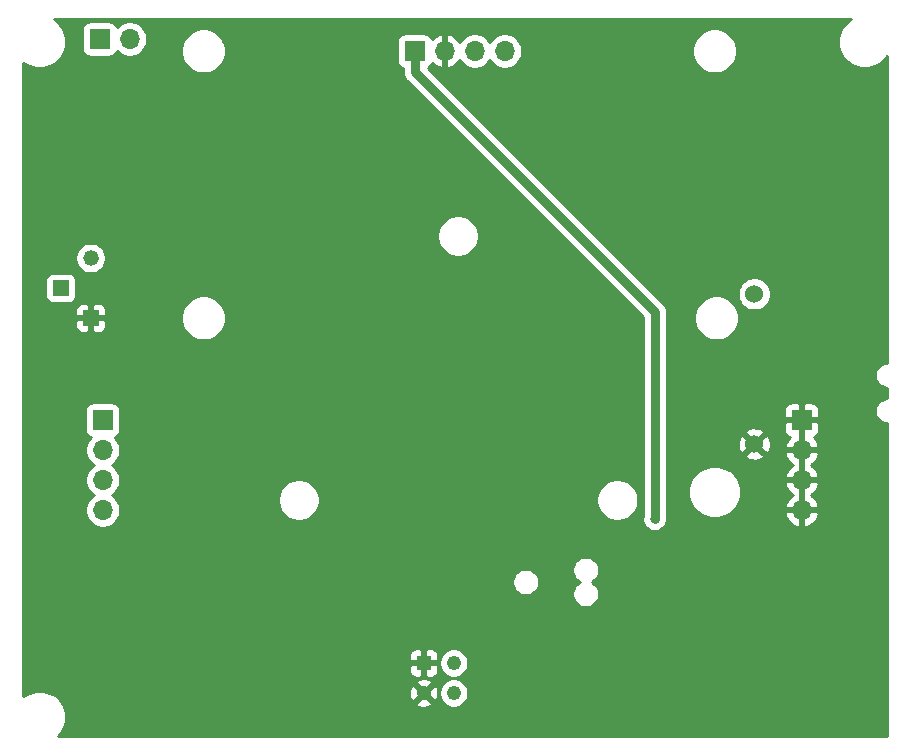
<source format=gbl>
%TF.GenerationSoftware,KiCad,Pcbnew,(5.1.12)-1*%
%TF.CreationDate,2022-01-31T19:51:58-07:00*%
%TF.ProjectId,Annoyatron_v2,416e6e6f-7961-4747-926f-6e5f76322e6b,rev?*%
%TF.SameCoordinates,Original*%
%TF.FileFunction,Copper,L2,Bot*%
%TF.FilePolarity,Positive*%
%FSLAX46Y46*%
G04 Gerber Fmt 4.6, Leading zero omitted, Abs format (unit mm)*
G04 Created by KiCad (PCBNEW (5.1.12)-1) date 2022-01-31 19:51:58*
%MOMM*%
%LPD*%
G01*
G04 APERTURE LIST*
%TA.AperFunction,ComponentPad*%
%ADD10R,1.320800X1.320800*%
%TD*%
%TA.AperFunction,ComponentPad*%
%ADD11C,1.320800*%
%TD*%
%TA.AperFunction,ComponentPad*%
%ADD12C,1.524000*%
%TD*%
%TA.AperFunction,ComponentPad*%
%ADD13R,1.700000X1.700000*%
%TD*%
%TA.AperFunction,ComponentPad*%
%ADD14O,1.700000X1.700000*%
%TD*%
%TA.AperFunction,ComponentPad*%
%ADD15C,1.219200*%
%TD*%
%TA.AperFunction,ComponentPad*%
%ADD16R,1.219200X1.219200*%
%TD*%
%TA.AperFunction,ViaPad*%
%ADD17C,0.800000*%
%TD*%
%TA.AperFunction,Conductor*%
%ADD18C,0.762000*%
%TD*%
%TA.AperFunction,Conductor*%
%ADD19C,0.254000*%
%TD*%
%TA.AperFunction,Conductor*%
%ADD20C,0.100000*%
%TD*%
G04 APERTURE END LIST*
D10*
%TO.P,R1,3*%
%TO.N,GND*%
X104902000Y-86106000D03*
%TO.P,R1,2*%
%TO.N,Net-(C1-Pad2)*%
X102362000Y-83566000D03*
D11*
%TO.P,R1,1*%
%TO.N,/AOUT*%
X104902000Y-81026000D03*
%TD*%
D12*
%TO.P,BT1,+*%
%TO.N,Net-(BT1-Pad+)*%
X161089000Y-84074000D03*
%TO.P,BT1,-*%
%TO.N,GND*%
X161089000Y-96774000D03*
%TD*%
D13*
%TO.P,DISPLAY1,1*%
%TO.N,+5V*%
X132334000Y-63500000D03*
D14*
%TO.P,DISPLAY1,2*%
%TO.N,GND*%
X134874000Y-63500000D03*
%TO.P,DISPLAY1,3*%
%TO.N,/SDA*%
X137414000Y-63500000D03*
%TO.P,DISPLAY1,4*%
%TO.N,/SCL*%
X139954000Y-63500000D03*
%TD*%
%TO.P,WIRE_SINK1,4*%
%TO.N,GND*%
X165100000Y-102362000D03*
%TO.P,WIRE_SINK1,3*%
X165100000Y-99822000D03*
%TO.P,WIRE_SINK1,2*%
X165100000Y-97282000D03*
D13*
%TO.P,WIRE_SINK1,1*%
X165100000Y-94742000D03*
%TD*%
D14*
%TO.P,WIRE_SRC1,4*%
%TO.N,/WIRE4*%
X105918000Y-102362000D03*
%TO.P,WIRE_SRC1,3*%
%TO.N,/WIRE3*%
X105918000Y-99822000D03*
%TO.P,WIRE_SRC1,2*%
%TO.N,/WIRE2*%
X105918000Y-97282000D03*
D13*
%TO.P,WIRE_SRC1,1*%
%TO.N,/WIRE1*%
X105918000Y-94742000D03*
%TD*%
D15*
%TO.P,PIR1,4*%
%TO.N,/PIR_SENS*%
X135636000Y-115316000D03*
%TO.P,PIR1,3*%
%TO.N,+3V3*%
X135636000Y-117856000D03*
%TO.P,PIR1,2*%
%TO.N,GND*%
X133096000Y-117856000D03*
D16*
%TO.P,PIR1,1*%
X133096000Y-115316000D03*
%TD*%
D14*
%TO.P,J2,2*%
%TO.N,Net-(C10-Pad1)*%
X108204000Y-62484000D03*
D13*
%TO.P,J2,1*%
%TO.N,Net-(C9-Pad1)*%
X105664000Y-62484000D03*
%TD*%
D17*
%TO.N,GND*%
X171704000Y-101346000D03*
X141224000Y-115570000D03*
X154432000Y-114300000D03*
X162052000Y-107442000D03*
X160156000Y-110100000D03*
X153924000Y-107442000D03*
X171450000Y-106172000D03*
X169919000Y-107957000D03*
X142494000Y-106426000D03*
X147828000Y-95529500D03*
X112014000Y-61976000D03*
X109372400Y-68173600D03*
X104902000Y-74930000D03*
X113805000Y-73647000D03*
X168124000Y-79780000D03*
X126238000Y-118110000D03*
X128016000Y-86106000D03*
X142875000Y-89281000D03*
%TO.N,+5V*%
X152654000Y-103124000D03*
%TD*%
D18*
%TO.N,+5V*%
X132334000Y-65278000D02*
X132334000Y-63500000D01*
X152654000Y-85598000D02*
X132334000Y-65278000D01*
X152654000Y-103124000D02*
X152654000Y-85598000D01*
%TD*%
D19*
%TO.N,GND*%
X169009271Y-61001962D02*
X168697962Y-61313271D01*
X168453369Y-61679331D01*
X168284890Y-62086075D01*
X168199000Y-62517872D01*
X168199000Y-62958128D01*
X168284890Y-63389925D01*
X168453369Y-63796669D01*
X168697962Y-64162729D01*
X169009271Y-64474038D01*
X169375331Y-64718631D01*
X169782075Y-64887110D01*
X170213872Y-64973000D01*
X170654128Y-64973000D01*
X171085925Y-64887110D01*
X171492669Y-64718631D01*
X171858729Y-64474038D01*
X172170038Y-64162729D01*
X172339000Y-63909859D01*
X172339000Y-89896000D01*
X172257599Y-89896000D01*
X172052809Y-89936735D01*
X171859902Y-90016640D01*
X171686289Y-90132644D01*
X171538644Y-90280289D01*
X171422640Y-90453902D01*
X171342735Y-90646809D01*
X171302000Y-90851599D01*
X171302000Y-91060401D01*
X171342735Y-91265191D01*
X171422640Y-91458098D01*
X171538644Y-91631711D01*
X171686289Y-91779356D01*
X171859902Y-91895360D01*
X172052809Y-91975265D01*
X172257599Y-92016000D01*
X172339000Y-92016000D01*
X172339000Y-92896000D01*
X172257599Y-92896000D01*
X172052809Y-92936735D01*
X171859902Y-93016640D01*
X171686289Y-93132644D01*
X171538644Y-93280289D01*
X171422640Y-93453902D01*
X171342735Y-93646809D01*
X171302000Y-93851599D01*
X171302000Y-94060401D01*
X171342735Y-94265191D01*
X171422640Y-94458098D01*
X171538644Y-94631711D01*
X171686289Y-94779356D01*
X171859902Y-94895360D01*
X172052809Y-94975265D01*
X172257599Y-95016000D01*
X172339000Y-95016000D01*
X172339000Y-121539000D01*
X102093767Y-121539000D01*
X102320038Y-121312729D01*
X102564631Y-120946669D01*
X102733110Y-120539925D01*
X102819000Y-120108128D01*
X102819000Y-119667872D01*
X102733110Y-119236075D01*
X102564631Y-118829331D01*
X102486656Y-118712632D01*
X132418973Y-118712632D01*
X132467448Y-118937192D01*
X132690456Y-119039042D01*
X132929048Y-119095428D01*
X133174056Y-119104183D01*
X133416065Y-119064972D01*
X133645774Y-118979300D01*
X133724552Y-118937192D01*
X133773027Y-118712632D01*
X133096000Y-118035605D01*
X132418973Y-118712632D01*
X102486656Y-118712632D01*
X102320038Y-118463271D01*
X102008729Y-118151962D01*
X101682609Y-117934056D01*
X131847817Y-117934056D01*
X131887028Y-118176065D01*
X131972700Y-118405774D01*
X132014808Y-118484552D01*
X132239368Y-118533027D01*
X132916395Y-117856000D01*
X133275605Y-117856000D01*
X133952632Y-118533027D01*
X134177192Y-118484552D01*
X134279042Y-118261544D01*
X134335428Y-118022952D01*
X134344183Y-117777944D01*
X134336969Y-117733418D01*
X134391400Y-117733418D01*
X134391400Y-117978582D01*
X134439229Y-118219036D01*
X134533050Y-118445539D01*
X134669256Y-118649386D01*
X134842614Y-118822744D01*
X135046461Y-118958950D01*
X135272964Y-119052771D01*
X135513418Y-119100600D01*
X135758582Y-119100600D01*
X135999036Y-119052771D01*
X136225539Y-118958950D01*
X136429386Y-118822744D01*
X136602744Y-118649386D01*
X136738950Y-118445539D01*
X136832771Y-118219036D01*
X136880600Y-117978582D01*
X136880600Y-117733418D01*
X136832771Y-117492964D01*
X136738950Y-117266461D01*
X136602744Y-117062614D01*
X136429386Y-116889256D01*
X136225539Y-116753050D01*
X135999036Y-116659229D01*
X135758582Y-116611400D01*
X135513418Y-116611400D01*
X135272964Y-116659229D01*
X135046461Y-116753050D01*
X134842614Y-116889256D01*
X134669256Y-117062614D01*
X134533050Y-117266461D01*
X134439229Y-117492964D01*
X134391400Y-117733418D01*
X134336969Y-117733418D01*
X134304972Y-117535935D01*
X134219300Y-117306226D01*
X134177192Y-117227448D01*
X133952632Y-117178973D01*
X133275605Y-117856000D01*
X132916395Y-117856000D01*
X132239368Y-117178973D01*
X132014808Y-117227448D01*
X131912958Y-117450456D01*
X131856572Y-117689048D01*
X131847817Y-117934056D01*
X101682609Y-117934056D01*
X101642669Y-117907369D01*
X101235925Y-117738890D01*
X100804128Y-117653000D01*
X100363872Y-117653000D01*
X99932075Y-117738890D01*
X99525331Y-117907369D01*
X99187000Y-118133434D01*
X99187000Y-116999368D01*
X132418973Y-116999368D01*
X133096000Y-117676395D01*
X133773027Y-116999368D01*
X133724552Y-116774808D01*
X133501544Y-116672958D01*
X133262952Y-116616572D01*
X133017944Y-116607817D01*
X132775935Y-116647028D01*
X132546226Y-116732700D01*
X132467448Y-116774808D01*
X132418973Y-116999368D01*
X99187000Y-116999368D01*
X99187000Y-115925600D01*
X131848328Y-115925600D01*
X131860588Y-116050082D01*
X131896898Y-116169780D01*
X131955863Y-116280094D01*
X132035215Y-116376785D01*
X132131906Y-116456137D01*
X132242220Y-116515102D01*
X132361918Y-116551412D01*
X132486400Y-116563672D01*
X132810250Y-116560600D01*
X132969000Y-116401850D01*
X132969000Y-115443000D01*
X133223000Y-115443000D01*
X133223000Y-116401850D01*
X133381750Y-116560600D01*
X133705600Y-116563672D01*
X133830082Y-116551412D01*
X133949780Y-116515102D01*
X134060094Y-116456137D01*
X134156785Y-116376785D01*
X134236137Y-116280094D01*
X134295102Y-116169780D01*
X134331412Y-116050082D01*
X134343672Y-115925600D01*
X134340600Y-115601750D01*
X134181850Y-115443000D01*
X133223000Y-115443000D01*
X132969000Y-115443000D01*
X132010150Y-115443000D01*
X131851400Y-115601750D01*
X131848328Y-115925600D01*
X99187000Y-115925600D01*
X99187000Y-115193418D01*
X134391400Y-115193418D01*
X134391400Y-115438582D01*
X134439229Y-115679036D01*
X134533050Y-115905539D01*
X134669256Y-116109386D01*
X134842614Y-116282744D01*
X135046461Y-116418950D01*
X135272964Y-116512771D01*
X135513418Y-116560600D01*
X135758582Y-116560600D01*
X135999036Y-116512771D01*
X136225539Y-116418950D01*
X136429386Y-116282744D01*
X136602744Y-116109386D01*
X136738950Y-115905539D01*
X136832771Y-115679036D01*
X136880600Y-115438582D01*
X136880600Y-115193418D01*
X136832771Y-114952964D01*
X136738950Y-114726461D01*
X136602744Y-114522614D01*
X136429386Y-114349256D01*
X136225539Y-114213050D01*
X135999036Y-114119229D01*
X135758582Y-114071400D01*
X135513418Y-114071400D01*
X135272964Y-114119229D01*
X135046461Y-114213050D01*
X134842614Y-114349256D01*
X134669256Y-114522614D01*
X134533050Y-114726461D01*
X134439229Y-114952964D01*
X134391400Y-115193418D01*
X99187000Y-115193418D01*
X99187000Y-114706400D01*
X131848328Y-114706400D01*
X131851400Y-115030250D01*
X132010150Y-115189000D01*
X132969000Y-115189000D01*
X132969000Y-114230150D01*
X133223000Y-114230150D01*
X133223000Y-115189000D01*
X134181850Y-115189000D01*
X134340600Y-115030250D01*
X134343672Y-114706400D01*
X134331412Y-114581918D01*
X134295102Y-114462220D01*
X134236137Y-114351906D01*
X134156785Y-114255215D01*
X134060094Y-114175863D01*
X133949780Y-114116898D01*
X133830082Y-114080588D01*
X133705600Y-114068328D01*
X133381750Y-114071400D01*
X133223000Y-114230150D01*
X132969000Y-114230150D01*
X132810250Y-114071400D01*
X132486400Y-114068328D01*
X132361918Y-114080588D01*
X132242220Y-114116898D01*
X132131906Y-114175863D01*
X132035215Y-114255215D01*
X131955863Y-114351906D01*
X131896898Y-114462220D01*
X131860588Y-114581918D01*
X131848328Y-114706400D01*
X99187000Y-114706400D01*
X99187000Y-108346655D01*
X140601500Y-108346655D01*
X140601500Y-108569345D01*
X140644944Y-108787755D01*
X140730164Y-108993493D01*
X140853883Y-109178652D01*
X141011348Y-109336117D01*
X141196507Y-109459836D01*
X141402245Y-109545056D01*
X141620655Y-109588500D01*
X141843345Y-109588500D01*
X142061755Y-109545056D01*
X142267493Y-109459836D01*
X142452652Y-109336117D01*
X142610117Y-109178652D01*
X142733836Y-108993493D01*
X142819056Y-108787755D01*
X142862500Y-108569345D01*
X142862500Y-108346655D01*
X142819056Y-108128245D01*
X142733836Y-107922507D01*
X142610117Y-107737348D01*
X142452652Y-107579883D01*
X142267493Y-107456164D01*
X142061755Y-107370944D01*
X141864234Y-107331655D01*
X145681500Y-107331655D01*
X145681500Y-107554345D01*
X145724944Y-107772755D01*
X145810164Y-107978493D01*
X145933883Y-108163652D01*
X146091348Y-108321117D01*
X146276507Y-108444836D01*
X146308288Y-108458000D01*
X146276507Y-108471164D01*
X146091348Y-108594883D01*
X145933883Y-108752348D01*
X145810164Y-108937507D01*
X145724944Y-109143245D01*
X145681500Y-109361655D01*
X145681500Y-109584345D01*
X145724944Y-109802755D01*
X145810164Y-110008493D01*
X145933883Y-110193652D01*
X146091348Y-110351117D01*
X146276507Y-110474836D01*
X146482245Y-110560056D01*
X146700655Y-110603500D01*
X146923345Y-110603500D01*
X147141755Y-110560056D01*
X147347493Y-110474836D01*
X147532652Y-110351117D01*
X147690117Y-110193652D01*
X147813836Y-110008493D01*
X147899056Y-109802755D01*
X147942500Y-109584345D01*
X147942500Y-109361655D01*
X147899056Y-109143245D01*
X147813836Y-108937507D01*
X147690117Y-108752348D01*
X147532652Y-108594883D01*
X147347493Y-108471164D01*
X147315712Y-108458000D01*
X147347493Y-108444836D01*
X147532652Y-108321117D01*
X147690117Y-108163652D01*
X147813836Y-107978493D01*
X147899056Y-107772755D01*
X147942500Y-107554345D01*
X147942500Y-107331655D01*
X147899056Y-107113245D01*
X147813836Y-106907507D01*
X147690117Y-106722348D01*
X147532652Y-106564883D01*
X147347493Y-106441164D01*
X147141755Y-106355944D01*
X146923345Y-106312500D01*
X146700655Y-106312500D01*
X146482245Y-106355944D01*
X146276507Y-106441164D01*
X146091348Y-106564883D01*
X145933883Y-106722348D01*
X145810164Y-106907507D01*
X145724944Y-107113245D01*
X145681500Y-107331655D01*
X141864234Y-107331655D01*
X141843345Y-107327500D01*
X141620655Y-107327500D01*
X141402245Y-107370944D01*
X141196507Y-107456164D01*
X141011348Y-107579883D01*
X140853883Y-107737348D01*
X140730164Y-107922507D01*
X140644944Y-108128245D01*
X140601500Y-108346655D01*
X99187000Y-108346655D01*
X99187000Y-93892000D01*
X104429928Y-93892000D01*
X104429928Y-95592000D01*
X104442188Y-95716482D01*
X104478498Y-95836180D01*
X104537463Y-95946494D01*
X104616815Y-96043185D01*
X104713506Y-96122537D01*
X104823820Y-96181502D01*
X104896380Y-96203513D01*
X104764525Y-96335368D01*
X104602010Y-96578589D01*
X104490068Y-96848842D01*
X104433000Y-97135740D01*
X104433000Y-97428260D01*
X104490068Y-97715158D01*
X104602010Y-97985411D01*
X104764525Y-98228632D01*
X104971368Y-98435475D01*
X105145760Y-98552000D01*
X104971368Y-98668525D01*
X104764525Y-98875368D01*
X104602010Y-99118589D01*
X104490068Y-99388842D01*
X104433000Y-99675740D01*
X104433000Y-99968260D01*
X104490068Y-100255158D01*
X104602010Y-100525411D01*
X104764525Y-100768632D01*
X104971368Y-100975475D01*
X105145760Y-101092000D01*
X104971368Y-101208525D01*
X104764525Y-101415368D01*
X104602010Y-101658589D01*
X104490068Y-101928842D01*
X104433000Y-102215740D01*
X104433000Y-102508260D01*
X104490068Y-102795158D01*
X104602010Y-103065411D01*
X104764525Y-103308632D01*
X104971368Y-103515475D01*
X105214589Y-103677990D01*
X105484842Y-103789932D01*
X105771740Y-103847000D01*
X106064260Y-103847000D01*
X106351158Y-103789932D01*
X106621411Y-103677990D01*
X106864632Y-103515475D01*
X107071475Y-103308632D01*
X107233990Y-103065411D01*
X107345932Y-102795158D01*
X107403000Y-102508260D01*
X107403000Y-102215740D01*
X107345932Y-101928842D01*
X107233990Y-101658589D01*
X107071475Y-101415368D01*
X106994792Y-101338685D01*
X120739000Y-101338685D01*
X120739000Y-101689315D01*
X120807404Y-102033207D01*
X120941584Y-102357146D01*
X121136383Y-102648684D01*
X121384316Y-102896617D01*
X121675854Y-103091416D01*
X121999793Y-103225596D01*
X122343685Y-103294000D01*
X122694315Y-103294000D01*
X123038207Y-103225596D01*
X123362146Y-103091416D01*
X123653684Y-102896617D01*
X123901617Y-102648684D01*
X124096416Y-102357146D01*
X124230596Y-102033207D01*
X124299000Y-101689315D01*
X124299000Y-101338685D01*
X147709000Y-101338685D01*
X147709000Y-101689315D01*
X147777404Y-102033207D01*
X147911584Y-102357146D01*
X148106383Y-102648684D01*
X148354316Y-102896617D01*
X148645854Y-103091416D01*
X148969793Y-103225596D01*
X149313685Y-103294000D01*
X149664315Y-103294000D01*
X150008207Y-103225596D01*
X150332146Y-103091416D01*
X150623684Y-102896617D01*
X150871617Y-102648684D01*
X151066416Y-102357146D01*
X151200596Y-102033207D01*
X151269000Y-101689315D01*
X151269000Y-101338685D01*
X151200596Y-100994793D01*
X151066416Y-100670854D01*
X150871617Y-100379316D01*
X150623684Y-100131383D01*
X150332146Y-99936584D01*
X150008207Y-99802404D01*
X149664315Y-99734000D01*
X149313685Y-99734000D01*
X148969793Y-99802404D01*
X148645854Y-99936584D01*
X148354316Y-100131383D01*
X148106383Y-100379316D01*
X147911584Y-100670854D01*
X147777404Y-100994793D01*
X147709000Y-101338685D01*
X124299000Y-101338685D01*
X124230596Y-100994793D01*
X124096416Y-100670854D01*
X123901617Y-100379316D01*
X123653684Y-100131383D01*
X123362146Y-99936584D01*
X123038207Y-99802404D01*
X122694315Y-99734000D01*
X122343685Y-99734000D01*
X121999793Y-99802404D01*
X121675854Y-99936584D01*
X121384316Y-100131383D01*
X121136383Y-100379316D01*
X120941584Y-100670854D01*
X120807404Y-100994793D01*
X120739000Y-101338685D01*
X106994792Y-101338685D01*
X106864632Y-101208525D01*
X106690240Y-101092000D01*
X106864632Y-100975475D01*
X107071475Y-100768632D01*
X107233990Y-100525411D01*
X107345932Y-100255158D01*
X107403000Y-99968260D01*
X107403000Y-99675740D01*
X107345932Y-99388842D01*
X107233990Y-99118589D01*
X107071475Y-98875368D01*
X106864632Y-98668525D01*
X106690240Y-98552000D01*
X106864632Y-98435475D01*
X107071475Y-98228632D01*
X107233990Y-97985411D01*
X107345932Y-97715158D01*
X107403000Y-97428260D01*
X107403000Y-97135740D01*
X107345932Y-96848842D01*
X107233990Y-96578589D01*
X107071475Y-96335368D01*
X106939620Y-96203513D01*
X107012180Y-96181502D01*
X107122494Y-96122537D01*
X107219185Y-96043185D01*
X107298537Y-95946494D01*
X107357502Y-95836180D01*
X107393812Y-95716482D01*
X107406072Y-95592000D01*
X107406072Y-93892000D01*
X107393812Y-93767518D01*
X107357502Y-93647820D01*
X107298537Y-93537506D01*
X107219185Y-93440815D01*
X107122494Y-93361463D01*
X107012180Y-93302498D01*
X106892482Y-93266188D01*
X106768000Y-93253928D01*
X105068000Y-93253928D01*
X104943518Y-93266188D01*
X104823820Y-93302498D01*
X104713506Y-93361463D01*
X104616815Y-93440815D01*
X104537463Y-93537506D01*
X104478498Y-93647820D01*
X104442188Y-93767518D01*
X104429928Y-93892000D01*
X99187000Y-93892000D01*
X99187000Y-86766400D01*
X103603528Y-86766400D01*
X103615788Y-86890882D01*
X103652098Y-87010580D01*
X103711063Y-87120894D01*
X103790415Y-87217585D01*
X103887106Y-87296937D01*
X103997420Y-87355902D01*
X104117118Y-87392212D01*
X104241600Y-87404472D01*
X104616250Y-87401400D01*
X104775000Y-87242650D01*
X104775000Y-86233000D01*
X105029000Y-86233000D01*
X105029000Y-87242650D01*
X105187750Y-87401400D01*
X105562400Y-87404472D01*
X105686882Y-87392212D01*
X105806580Y-87355902D01*
X105916894Y-87296937D01*
X106013585Y-87217585D01*
X106092937Y-87120894D01*
X106151902Y-87010580D01*
X106188212Y-86890882D01*
X106200472Y-86766400D01*
X106197400Y-86391750D01*
X106038650Y-86233000D01*
X105029000Y-86233000D01*
X104775000Y-86233000D01*
X103765350Y-86233000D01*
X103606600Y-86391750D01*
X103603528Y-86766400D01*
X99187000Y-86766400D01*
X99187000Y-85445600D01*
X103603528Y-85445600D01*
X103606600Y-85820250D01*
X103765350Y-85979000D01*
X104775000Y-85979000D01*
X104775000Y-84969350D01*
X105029000Y-84969350D01*
X105029000Y-85979000D01*
X106038650Y-85979000D01*
X106099276Y-85918374D01*
X112522000Y-85918374D01*
X112522000Y-86293626D01*
X112595209Y-86661668D01*
X112738811Y-87008356D01*
X112947290Y-87320366D01*
X113212634Y-87585710D01*
X113524644Y-87794189D01*
X113871332Y-87937791D01*
X114239374Y-88011000D01*
X114614626Y-88011000D01*
X114982668Y-87937791D01*
X115329356Y-87794189D01*
X115641366Y-87585710D01*
X115906710Y-87320366D01*
X116115189Y-87008356D01*
X116258791Y-86661668D01*
X116332000Y-86293626D01*
X116332000Y-85918374D01*
X116258791Y-85550332D01*
X116115189Y-85203644D01*
X115906710Y-84891634D01*
X115641366Y-84626290D01*
X115329356Y-84417811D01*
X114982668Y-84274209D01*
X114614626Y-84201000D01*
X114239374Y-84201000D01*
X113871332Y-84274209D01*
X113524644Y-84417811D01*
X113212634Y-84626290D01*
X112947290Y-84891634D01*
X112738811Y-85203644D01*
X112595209Y-85550332D01*
X112522000Y-85918374D01*
X106099276Y-85918374D01*
X106197400Y-85820250D01*
X106200472Y-85445600D01*
X106188212Y-85321118D01*
X106151902Y-85201420D01*
X106092937Y-85091106D01*
X106013585Y-84994415D01*
X105916894Y-84915063D01*
X105806580Y-84856098D01*
X105686882Y-84819788D01*
X105562400Y-84807528D01*
X105187750Y-84810600D01*
X105029000Y-84969350D01*
X104775000Y-84969350D01*
X104616250Y-84810600D01*
X104241600Y-84807528D01*
X104117118Y-84819788D01*
X103997420Y-84856098D01*
X103887106Y-84915063D01*
X103790415Y-84994415D01*
X103711063Y-85091106D01*
X103652098Y-85201420D01*
X103615788Y-85321118D01*
X103603528Y-85445600D01*
X99187000Y-85445600D01*
X99187000Y-82905600D01*
X101063528Y-82905600D01*
X101063528Y-84226400D01*
X101075788Y-84350882D01*
X101112098Y-84470580D01*
X101171063Y-84580894D01*
X101250415Y-84677585D01*
X101347106Y-84756937D01*
X101457420Y-84815902D01*
X101577118Y-84852212D01*
X101701600Y-84864472D01*
X103022400Y-84864472D01*
X103146882Y-84852212D01*
X103266580Y-84815902D01*
X103376894Y-84756937D01*
X103473585Y-84677585D01*
X103552937Y-84580894D01*
X103611902Y-84470580D01*
X103648212Y-84350882D01*
X103660472Y-84226400D01*
X103660472Y-82905600D01*
X103648212Y-82781118D01*
X103611902Y-82661420D01*
X103552937Y-82551106D01*
X103473585Y-82454415D01*
X103376894Y-82375063D01*
X103266580Y-82316098D01*
X103146882Y-82279788D01*
X103022400Y-82267528D01*
X101701600Y-82267528D01*
X101577118Y-82279788D01*
X101457420Y-82316098D01*
X101347106Y-82375063D01*
X101250415Y-82454415D01*
X101171063Y-82551106D01*
X101112098Y-82661420D01*
X101075788Y-82781118D01*
X101063528Y-82905600D01*
X99187000Y-82905600D01*
X99187000Y-80898414D01*
X103606600Y-80898414D01*
X103606600Y-81153586D01*
X103656381Y-81403854D01*
X103754031Y-81639602D01*
X103895797Y-81851769D01*
X104076231Y-82032203D01*
X104288398Y-82173969D01*
X104524146Y-82271619D01*
X104774414Y-82321400D01*
X105029586Y-82321400D01*
X105279854Y-82271619D01*
X105515602Y-82173969D01*
X105727769Y-82032203D01*
X105908203Y-81851769D01*
X106049969Y-81639602D01*
X106147619Y-81403854D01*
X106197400Y-81153586D01*
X106197400Y-80898414D01*
X106147619Y-80648146D01*
X106049969Y-80412398D01*
X105908203Y-80200231D01*
X105727769Y-80019797D01*
X105515602Y-79878031D01*
X105279854Y-79780381D01*
X105029586Y-79730600D01*
X104774414Y-79730600D01*
X104524146Y-79780381D01*
X104288398Y-79878031D01*
X104076231Y-80019797D01*
X103895797Y-80200231D01*
X103754031Y-80412398D01*
X103656381Y-80648146D01*
X103606600Y-80898414D01*
X99187000Y-80898414D01*
X99187000Y-78988685D01*
X134229000Y-78988685D01*
X134229000Y-79339315D01*
X134297404Y-79683207D01*
X134431584Y-80007146D01*
X134626383Y-80298684D01*
X134874316Y-80546617D01*
X135165854Y-80741416D01*
X135489793Y-80875596D01*
X135833685Y-80944000D01*
X136184315Y-80944000D01*
X136528207Y-80875596D01*
X136852146Y-80741416D01*
X137143684Y-80546617D01*
X137391617Y-80298684D01*
X137586416Y-80007146D01*
X137720596Y-79683207D01*
X137789000Y-79339315D01*
X137789000Y-78988685D01*
X137720596Y-78644793D01*
X137586416Y-78320854D01*
X137391617Y-78029316D01*
X137143684Y-77781383D01*
X136852146Y-77586584D01*
X136528207Y-77452404D01*
X136184315Y-77384000D01*
X135833685Y-77384000D01*
X135489793Y-77452404D01*
X135165854Y-77586584D01*
X134874316Y-77781383D01*
X134626383Y-78029316D01*
X134431584Y-78320854D01*
X134297404Y-78644793D01*
X134229000Y-78988685D01*
X99187000Y-78988685D01*
X99187000Y-64492566D01*
X99525331Y-64718631D01*
X99932075Y-64887110D01*
X100363872Y-64973000D01*
X100804128Y-64973000D01*
X101235925Y-64887110D01*
X101642669Y-64718631D01*
X102008729Y-64474038D01*
X102320038Y-64162729D01*
X102564631Y-63796669D01*
X102733110Y-63389925D01*
X102819000Y-62958128D01*
X102819000Y-62517872D01*
X102733110Y-62086075D01*
X102564631Y-61679331D01*
X102534342Y-61634000D01*
X104175928Y-61634000D01*
X104175928Y-63334000D01*
X104188188Y-63458482D01*
X104224498Y-63578180D01*
X104283463Y-63688494D01*
X104362815Y-63785185D01*
X104459506Y-63864537D01*
X104569820Y-63923502D01*
X104689518Y-63959812D01*
X104814000Y-63972072D01*
X106514000Y-63972072D01*
X106638482Y-63959812D01*
X106758180Y-63923502D01*
X106868494Y-63864537D01*
X106965185Y-63785185D01*
X107044537Y-63688494D01*
X107103502Y-63578180D01*
X107125513Y-63505620D01*
X107257368Y-63637475D01*
X107500589Y-63799990D01*
X107770842Y-63911932D01*
X108057740Y-63969000D01*
X108350260Y-63969000D01*
X108637158Y-63911932D01*
X108907411Y-63799990D01*
X109150632Y-63637475D01*
X109357475Y-63430632D01*
X109436492Y-63312374D01*
X112522000Y-63312374D01*
X112522000Y-63687626D01*
X112595209Y-64055668D01*
X112738811Y-64402356D01*
X112947290Y-64714366D01*
X113212634Y-64979710D01*
X113524644Y-65188189D01*
X113871332Y-65331791D01*
X114239374Y-65405000D01*
X114614626Y-65405000D01*
X114982668Y-65331791D01*
X115329356Y-65188189D01*
X115641366Y-64979710D01*
X115906710Y-64714366D01*
X116115189Y-64402356D01*
X116258791Y-64055668D01*
X116332000Y-63687626D01*
X116332000Y-63312374D01*
X116258791Y-62944332D01*
X116136876Y-62650000D01*
X130845928Y-62650000D01*
X130845928Y-64350000D01*
X130858188Y-64474482D01*
X130894498Y-64594180D01*
X130953463Y-64704494D01*
X131032815Y-64801185D01*
X131129506Y-64880537D01*
X131239820Y-64939502D01*
X131318000Y-64963218D01*
X131318000Y-65228098D01*
X131313085Y-65278000D01*
X131318000Y-65327901D01*
X131332702Y-65477170D01*
X131390798Y-65668686D01*
X131485140Y-65845190D01*
X131612104Y-65999896D01*
X131650872Y-66031712D01*
X151638001Y-86018842D01*
X151638000Y-102926541D01*
X151619000Y-103022061D01*
X151619000Y-103225939D01*
X151658774Y-103425898D01*
X151736795Y-103614256D01*
X151850063Y-103783774D01*
X151994226Y-103927937D01*
X152163744Y-104041205D01*
X152352102Y-104119226D01*
X152552061Y-104159000D01*
X152755939Y-104159000D01*
X152955898Y-104119226D01*
X153144256Y-104041205D01*
X153313774Y-103927937D01*
X153457937Y-103783774D01*
X153571205Y-103614256D01*
X153649226Y-103425898D01*
X153689000Y-103225939D01*
X153689000Y-103022061D01*
X153670000Y-102926541D01*
X153670000Y-100617872D01*
X155499000Y-100617872D01*
X155499000Y-101058128D01*
X155584890Y-101489925D01*
X155753369Y-101896669D01*
X155997962Y-102262729D01*
X156309271Y-102574038D01*
X156675331Y-102818631D01*
X157082075Y-102987110D01*
X157513872Y-103073000D01*
X157954128Y-103073000D01*
X158385925Y-102987110D01*
X158792669Y-102818631D01*
X158941942Y-102718890D01*
X163658524Y-102718890D01*
X163703175Y-102866099D01*
X163828359Y-103128920D01*
X164002412Y-103362269D01*
X164218645Y-103557178D01*
X164468748Y-103706157D01*
X164743109Y-103803481D01*
X164973000Y-103682814D01*
X164973000Y-102489000D01*
X165227000Y-102489000D01*
X165227000Y-103682814D01*
X165456891Y-103803481D01*
X165731252Y-103706157D01*
X165981355Y-103557178D01*
X166197588Y-103362269D01*
X166371641Y-103128920D01*
X166496825Y-102866099D01*
X166541476Y-102718890D01*
X166420155Y-102489000D01*
X165227000Y-102489000D01*
X164973000Y-102489000D01*
X163779845Y-102489000D01*
X163658524Y-102718890D01*
X158941942Y-102718890D01*
X159158729Y-102574038D01*
X159470038Y-102262729D01*
X159714631Y-101896669D01*
X159883110Y-101489925D01*
X159969000Y-101058128D01*
X159969000Y-100617872D01*
X159883110Y-100186075D01*
X159880134Y-100178890D01*
X163658524Y-100178890D01*
X163703175Y-100326099D01*
X163828359Y-100588920D01*
X164002412Y-100822269D01*
X164218645Y-101017178D01*
X164344255Y-101092000D01*
X164218645Y-101166822D01*
X164002412Y-101361731D01*
X163828359Y-101595080D01*
X163703175Y-101857901D01*
X163658524Y-102005110D01*
X163779845Y-102235000D01*
X164973000Y-102235000D01*
X164973000Y-99949000D01*
X165227000Y-99949000D01*
X165227000Y-102235000D01*
X166420155Y-102235000D01*
X166541476Y-102005110D01*
X166496825Y-101857901D01*
X166371641Y-101595080D01*
X166197588Y-101361731D01*
X165981355Y-101166822D01*
X165855745Y-101092000D01*
X165981355Y-101017178D01*
X166197588Y-100822269D01*
X166371641Y-100588920D01*
X166496825Y-100326099D01*
X166541476Y-100178890D01*
X166420155Y-99949000D01*
X165227000Y-99949000D01*
X164973000Y-99949000D01*
X163779845Y-99949000D01*
X163658524Y-100178890D01*
X159880134Y-100178890D01*
X159714631Y-99779331D01*
X159470038Y-99413271D01*
X159158729Y-99101962D01*
X158792669Y-98857369D01*
X158385925Y-98688890D01*
X157954128Y-98603000D01*
X157513872Y-98603000D01*
X157082075Y-98688890D01*
X156675331Y-98857369D01*
X156309271Y-99101962D01*
X155997962Y-99413271D01*
X155753369Y-99779331D01*
X155584890Y-100186075D01*
X155499000Y-100617872D01*
X153670000Y-100617872D01*
X153670000Y-97739565D01*
X160303040Y-97739565D01*
X160370020Y-97979656D01*
X160619048Y-98096756D01*
X160886135Y-98163023D01*
X161161017Y-98175910D01*
X161433133Y-98134922D01*
X161692023Y-98041636D01*
X161807980Y-97979656D01*
X161874960Y-97739565D01*
X161774285Y-97638890D01*
X163658524Y-97638890D01*
X163703175Y-97786099D01*
X163828359Y-98048920D01*
X164002412Y-98282269D01*
X164218645Y-98477178D01*
X164344255Y-98552000D01*
X164218645Y-98626822D01*
X164002412Y-98821731D01*
X163828359Y-99055080D01*
X163703175Y-99317901D01*
X163658524Y-99465110D01*
X163779845Y-99695000D01*
X164973000Y-99695000D01*
X164973000Y-97409000D01*
X165227000Y-97409000D01*
X165227000Y-99695000D01*
X166420155Y-99695000D01*
X166541476Y-99465110D01*
X166496825Y-99317901D01*
X166371641Y-99055080D01*
X166197588Y-98821731D01*
X165981355Y-98626822D01*
X165855745Y-98552000D01*
X165981355Y-98477178D01*
X166197588Y-98282269D01*
X166371641Y-98048920D01*
X166496825Y-97786099D01*
X166541476Y-97638890D01*
X166420155Y-97409000D01*
X165227000Y-97409000D01*
X164973000Y-97409000D01*
X163779845Y-97409000D01*
X163658524Y-97638890D01*
X161774285Y-97638890D01*
X161089000Y-96953605D01*
X160303040Y-97739565D01*
X153670000Y-97739565D01*
X153670000Y-96846017D01*
X159687090Y-96846017D01*
X159728078Y-97118133D01*
X159821364Y-97377023D01*
X159883344Y-97492980D01*
X160123435Y-97559960D01*
X160909395Y-96774000D01*
X161268605Y-96774000D01*
X162054565Y-97559960D01*
X162294656Y-97492980D01*
X162411756Y-97243952D01*
X162478023Y-96976865D01*
X162490910Y-96701983D01*
X162449922Y-96429867D01*
X162356636Y-96170977D01*
X162294656Y-96055020D01*
X162054565Y-95988040D01*
X161268605Y-96774000D01*
X160909395Y-96774000D01*
X160123435Y-95988040D01*
X159883344Y-96055020D01*
X159766244Y-96304048D01*
X159699977Y-96571135D01*
X159687090Y-96846017D01*
X153670000Y-96846017D01*
X153670000Y-95808435D01*
X160303040Y-95808435D01*
X161089000Y-96594395D01*
X161874960Y-95808435D01*
X161814580Y-95592000D01*
X163611928Y-95592000D01*
X163624188Y-95716482D01*
X163660498Y-95836180D01*
X163719463Y-95946494D01*
X163798815Y-96043185D01*
X163895506Y-96122537D01*
X164005820Y-96181502D01*
X164086466Y-96205966D01*
X164002412Y-96281731D01*
X163828359Y-96515080D01*
X163703175Y-96777901D01*
X163658524Y-96925110D01*
X163779845Y-97155000D01*
X164973000Y-97155000D01*
X164973000Y-94869000D01*
X165227000Y-94869000D01*
X165227000Y-97155000D01*
X166420155Y-97155000D01*
X166541476Y-96925110D01*
X166496825Y-96777901D01*
X166371641Y-96515080D01*
X166197588Y-96281731D01*
X166113534Y-96205966D01*
X166194180Y-96181502D01*
X166304494Y-96122537D01*
X166401185Y-96043185D01*
X166480537Y-95946494D01*
X166539502Y-95836180D01*
X166575812Y-95716482D01*
X166588072Y-95592000D01*
X166585000Y-95027750D01*
X166426250Y-94869000D01*
X165227000Y-94869000D01*
X164973000Y-94869000D01*
X163773750Y-94869000D01*
X163615000Y-95027750D01*
X163611928Y-95592000D01*
X161814580Y-95592000D01*
X161807980Y-95568344D01*
X161558952Y-95451244D01*
X161291865Y-95384977D01*
X161016983Y-95372090D01*
X160744867Y-95413078D01*
X160485977Y-95506364D01*
X160370020Y-95568344D01*
X160303040Y-95808435D01*
X153670000Y-95808435D01*
X153670000Y-93892000D01*
X163611928Y-93892000D01*
X163615000Y-94456250D01*
X163773750Y-94615000D01*
X164973000Y-94615000D01*
X164973000Y-93415750D01*
X165227000Y-93415750D01*
X165227000Y-94615000D01*
X166426250Y-94615000D01*
X166585000Y-94456250D01*
X166588072Y-93892000D01*
X166575812Y-93767518D01*
X166539502Y-93647820D01*
X166480537Y-93537506D01*
X166401185Y-93440815D01*
X166304494Y-93361463D01*
X166194180Y-93302498D01*
X166074482Y-93266188D01*
X165950000Y-93253928D01*
X165385750Y-93257000D01*
X165227000Y-93415750D01*
X164973000Y-93415750D01*
X164814250Y-93257000D01*
X164250000Y-93253928D01*
X164125518Y-93266188D01*
X164005820Y-93302498D01*
X163895506Y-93361463D01*
X163798815Y-93440815D01*
X163719463Y-93537506D01*
X163660498Y-93647820D01*
X163624188Y-93767518D01*
X163611928Y-93892000D01*
X153670000Y-93892000D01*
X153670000Y-85918374D01*
X155956000Y-85918374D01*
X155956000Y-86293626D01*
X156029209Y-86661668D01*
X156172811Y-87008356D01*
X156381290Y-87320366D01*
X156646634Y-87585710D01*
X156958644Y-87794189D01*
X157305332Y-87937791D01*
X157673374Y-88011000D01*
X158048626Y-88011000D01*
X158416668Y-87937791D01*
X158763356Y-87794189D01*
X159075366Y-87585710D01*
X159340710Y-87320366D01*
X159549189Y-87008356D01*
X159692791Y-86661668D01*
X159766000Y-86293626D01*
X159766000Y-85918374D01*
X159692791Y-85550332D01*
X159549189Y-85203644D01*
X159340710Y-84891634D01*
X159075366Y-84626290D01*
X158763356Y-84417811D01*
X158416668Y-84274209D01*
X158048626Y-84201000D01*
X157673374Y-84201000D01*
X157305332Y-84274209D01*
X156958644Y-84417811D01*
X156646634Y-84626290D01*
X156381290Y-84891634D01*
X156172811Y-85203644D01*
X156029209Y-85550332D01*
X155956000Y-85918374D01*
X153670000Y-85918374D01*
X153670000Y-85647902D01*
X153674915Y-85598000D01*
X153655298Y-85398829D01*
X153597202Y-85207313D01*
X153502860Y-85030810D01*
X153448469Y-84964535D01*
X153375896Y-84876104D01*
X153337133Y-84844292D01*
X152429249Y-83936408D01*
X159692000Y-83936408D01*
X159692000Y-84211592D01*
X159745686Y-84481490D01*
X159850995Y-84735727D01*
X160003880Y-84964535D01*
X160198465Y-85159120D01*
X160427273Y-85312005D01*
X160681510Y-85417314D01*
X160951408Y-85471000D01*
X161226592Y-85471000D01*
X161496490Y-85417314D01*
X161750727Y-85312005D01*
X161979535Y-85159120D01*
X162174120Y-84964535D01*
X162327005Y-84735727D01*
X162432314Y-84481490D01*
X162486000Y-84211592D01*
X162486000Y-83936408D01*
X162432314Y-83666510D01*
X162327005Y-83412273D01*
X162174120Y-83183465D01*
X161979535Y-82988880D01*
X161750727Y-82835995D01*
X161496490Y-82730686D01*
X161226592Y-82677000D01*
X160951408Y-82677000D01*
X160681510Y-82730686D01*
X160427273Y-82835995D01*
X160198465Y-82988880D01*
X160003880Y-83183465D01*
X159850995Y-83412273D01*
X159745686Y-83666510D01*
X159692000Y-83936408D01*
X152429249Y-83936408D01*
X133430892Y-64938052D01*
X133538494Y-64880537D01*
X133635185Y-64801185D01*
X133714537Y-64704494D01*
X133773502Y-64594180D01*
X133797966Y-64513534D01*
X133873731Y-64597588D01*
X134107080Y-64771641D01*
X134369901Y-64896825D01*
X134517110Y-64941476D01*
X134747000Y-64820155D01*
X134747000Y-63627000D01*
X134727000Y-63627000D01*
X134727000Y-63373000D01*
X134747000Y-63373000D01*
X134747000Y-62179845D01*
X135001000Y-62179845D01*
X135001000Y-63373000D01*
X135021000Y-63373000D01*
X135021000Y-63627000D01*
X135001000Y-63627000D01*
X135001000Y-64820155D01*
X135230890Y-64941476D01*
X135378099Y-64896825D01*
X135640920Y-64771641D01*
X135874269Y-64597588D01*
X136069178Y-64381355D01*
X136138805Y-64264466D01*
X136260525Y-64446632D01*
X136467368Y-64653475D01*
X136710589Y-64815990D01*
X136980842Y-64927932D01*
X137267740Y-64985000D01*
X137560260Y-64985000D01*
X137847158Y-64927932D01*
X138117411Y-64815990D01*
X138360632Y-64653475D01*
X138567475Y-64446632D01*
X138684000Y-64272240D01*
X138800525Y-64446632D01*
X139007368Y-64653475D01*
X139250589Y-64815990D01*
X139520842Y-64927932D01*
X139807740Y-64985000D01*
X140100260Y-64985000D01*
X140387158Y-64927932D01*
X140657411Y-64815990D01*
X140900632Y-64653475D01*
X141107475Y-64446632D01*
X141269990Y-64203411D01*
X141381932Y-63933158D01*
X141439000Y-63646260D01*
X141439000Y-63353740D01*
X141430772Y-63312374D01*
X155829000Y-63312374D01*
X155829000Y-63687626D01*
X155902209Y-64055668D01*
X156045811Y-64402356D01*
X156254290Y-64714366D01*
X156519634Y-64979710D01*
X156831644Y-65188189D01*
X157178332Y-65331791D01*
X157546374Y-65405000D01*
X157921626Y-65405000D01*
X158289668Y-65331791D01*
X158636356Y-65188189D01*
X158948366Y-64979710D01*
X159213710Y-64714366D01*
X159422189Y-64402356D01*
X159565791Y-64055668D01*
X159639000Y-63687626D01*
X159639000Y-63312374D01*
X159565791Y-62944332D01*
X159422189Y-62597644D01*
X159213710Y-62285634D01*
X158948366Y-62020290D01*
X158636356Y-61811811D01*
X158289668Y-61668209D01*
X157921626Y-61595000D01*
X157546374Y-61595000D01*
X157178332Y-61668209D01*
X156831644Y-61811811D01*
X156519634Y-62020290D01*
X156254290Y-62285634D01*
X156045811Y-62597644D01*
X155902209Y-62944332D01*
X155829000Y-63312374D01*
X141430772Y-63312374D01*
X141381932Y-63066842D01*
X141269990Y-62796589D01*
X141107475Y-62553368D01*
X140900632Y-62346525D01*
X140657411Y-62184010D01*
X140387158Y-62072068D01*
X140100260Y-62015000D01*
X139807740Y-62015000D01*
X139520842Y-62072068D01*
X139250589Y-62184010D01*
X139007368Y-62346525D01*
X138800525Y-62553368D01*
X138684000Y-62727760D01*
X138567475Y-62553368D01*
X138360632Y-62346525D01*
X138117411Y-62184010D01*
X137847158Y-62072068D01*
X137560260Y-62015000D01*
X137267740Y-62015000D01*
X136980842Y-62072068D01*
X136710589Y-62184010D01*
X136467368Y-62346525D01*
X136260525Y-62553368D01*
X136138805Y-62735534D01*
X136069178Y-62618645D01*
X135874269Y-62402412D01*
X135640920Y-62228359D01*
X135378099Y-62103175D01*
X135230890Y-62058524D01*
X135001000Y-62179845D01*
X134747000Y-62179845D01*
X134517110Y-62058524D01*
X134369901Y-62103175D01*
X134107080Y-62228359D01*
X133873731Y-62402412D01*
X133797966Y-62486466D01*
X133773502Y-62405820D01*
X133714537Y-62295506D01*
X133635185Y-62198815D01*
X133538494Y-62119463D01*
X133428180Y-62060498D01*
X133308482Y-62024188D01*
X133184000Y-62011928D01*
X131484000Y-62011928D01*
X131359518Y-62024188D01*
X131239820Y-62060498D01*
X131129506Y-62119463D01*
X131032815Y-62198815D01*
X130953463Y-62295506D01*
X130894498Y-62405820D01*
X130858188Y-62525518D01*
X130845928Y-62650000D01*
X116136876Y-62650000D01*
X116115189Y-62597644D01*
X115906710Y-62285634D01*
X115641366Y-62020290D01*
X115329356Y-61811811D01*
X114982668Y-61668209D01*
X114614626Y-61595000D01*
X114239374Y-61595000D01*
X113871332Y-61668209D01*
X113524644Y-61811811D01*
X113212634Y-62020290D01*
X112947290Y-62285634D01*
X112738811Y-62597644D01*
X112595209Y-62944332D01*
X112522000Y-63312374D01*
X109436492Y-63312374D01*
X109519990Y-63187411D01*
X109631932Y-62917158D01*
X109689000Y-62630260D01*
X109689000Y-62337740D01*
X109631932Y-62050842D01*
X109519990Y-61780589D01*
X109357475Y-61537368D01*
X109150632Y-61330525D01*
X108907411Y-61168010D01*
X108637158Y-61056068D01*
X108350260Y-60999000D01*
X108057740Y-60999000D01*
X107770842Y-61056068D01*
X107500589Y-61168010D01*
X107257368Y-61330525D01*
X107125513Y-61462380D01*
X107103502Y-61389820D01*
X107044537Y-61279506D01*
X106965185Y-61182815D01*
X106868494Y-61103463D01*
X106758180Y-61044498D01*
X106638482Y-61008188D01*
X106514000Y-60995928D01*
X104814000Y-60995928D01*
X104689518Y-61008188D01*
X104569820Y-61044498D01*
X104459506Y-61103463D01*
X104362815Y-61182815D01*
X104283463Y-61279506D01*
X104224498Y-61389820D01*
X104188188Y-61509518D01*
X104175928Y-61634000D01*
X102534342Y-61634000D01*
X102320038Y-61313271D01*
X102008729Y-61001962D01*
X101755859Y-60833000D01*
X169262141Y-60833000D01*
X169009271Y-61001962D01*
%TA.AperFunction,Conductor*%
D20*
G36*
X169009271Y-61001962D02*
G01*
X168697962Y-61313271D01*
X168453369Y-61679331D01*
X168284890Y-62086075D01*
X168199000Y-62517872D01*
X168199000Y-62958128D01*
X168284890Y-63389925D01*
X168453369Y-63796669D01*
X168697962Y-64162729D01*
X169009271Y-64474038D01*
X169375331Y-64718631D01*
X169782075Y-64887110D01*
X170213872Y-64973000D01*
X170654128Y-64973000D01*
X171085925Y-64887110D01*
X171492669Y-64718631D01*
X171858729Y-64474038D01*
X172170038Y-64162729D01*
X172339000Y-63909859D01*
X172339000Y-89896000D01*
X172257599Y-89896000D01*
X172052809Y-89936735D01*
X171859902Y-90016640D01*
X171686289Y-90132644D01*
X171538644Y-90280289D01*
X171422640Y-90453902D01*
X171342735Y-90646809D01*
X171302000Y-90851599D01*
X171302000Y-91060401D01*
X171342735Y-91265191D01*
X171422640Y-91458098D01*
X171538644Y-91631711D01*
X171686289Y-91779356D01*
X171859902Y-91895360D01*
X172052809Y-91975265D01*
X172257599Y-92016000D01*
X172339000Y-92016000D01*
X172339000Y-92896000D01*
X172257599Y-92896000D01*
X172052809Y-92936735D01*
X171859902Y-93016640D01*
X171686289Y-93132644D01*
X171538644Y-93280289D01*
X171422640Y-93453902D01*
X171342735Y-93646809D01*
X171302000Y-93851599D01*
X171302000Y-94060401D01*
X171342735Y-94265191D01*
X171422640Y-94458098D01*
X171538644Y-94631711D01*
X171686289Y-94779356D01*
X171859902Y-94895360D01*
X172052809Y-94975265D01*
X172257599Y-95016000D01*
X172339000Y-95016000D01*
X172339000Y-121539000D01*
X102093767Y-121539000D01*
X102320038Y-121312729D01*
X102564631Y-120946669D01*
X102733110Y-120539925D01*
X102819000Y-120108128D01*
X102819000Y-119667872D01*
X102733110Y-119236075D01*
X102564631Y-118829331D01*
X102486656Y-118712632D01*
X132418973Y-118712632D01*
X132467448Y-118937192D01*
X132690456Y-119039042D01*
X132929048Y-119095428D01*
X133174056Y-119104183D01*
X133416065Y-119064972D01*
X133645774Y-118979300D01*
X133724552Y-118937192D01*
X133773027Y-118712632D01*
X133096000Y-118035605D01*
X132418973Y-118712632D01*
X102486656Y-118712632D01*
X102320038Y-118463271D01*
X102008729Y-118151962D01*
X101682609Y-117934056D01*
X131847817Y-117934056D01*
X131887028Y-118176065D01*
X131972700Y-118405774D01*
X132014808Y-118484552D01*
X132239368Y-118533027D01*
X132916395Y-117856000D01*
X133275605Y-117856000D01*
X133952632Y-118533027D01*
X134177192Y-118484552D01*
X134279042Y-118261544D01*
X134335428Y-118022952D01*
X134344183Y-117777944D01*
X134336969Y-117733418D01*
X134391400Y-117733418D01*
X134391400Y-117978582D01*
X134439229Y-118219036D01*
X134533050Y-118445539D01*
X134669256Y-118649386D01*
X134842614Y-118822744D01*
X135046461Y-118958950D01*
X135272964Y-119052771D01*
X135513418Y-119100600D01*
X135758582Y-119100600D01*
X135999036Y-119052771D01*
X136225539Y-118958950D01*
X136429386Y-118822744D01*
X136602744Y-118649386D01*
X136738950Y-118445539D01*
X136832771Y-118219036D01*
X136880600Y-117978582D01*
X136880600Y-117733418D01*
X136832771Y-117492964D01*
X136738950Y-117266461D01*
X136602744Y-117062614D01*
X136429386Y-116889256D01*
X136225539Y-116753050D01*
X135999036Y-116659229D01*
X135758582Y-116611400D01*
X135513418Y-116611400D01*
X135272964Y-116659229D01*
X135046461Y-116753050D01*
X134842614Y-116889256D01*
X134669256Y-117062614D01*
X134533050Y-117266461D01*
X134439229Y-117492964D01*
X134391400Y-117733418D01*
X134336969Y-117733418D01*
X134304972Y-117535935D01*
X134219300Y-117306226D01*
X134177192Y-117227448D01*
X133952632Y-117178973D01*
X133275605Y-117856000D01*
X132916395Y-117856000D01*
X132239368Y-117178973D01*
X132014808Y-117227448D01*
X131912958Y-117450456D01*
X131856572Y-117689048D01*
X131847817Y-117934056D01*
X101682609Y-117934056D01*
X101642669Y-117907369D01*
X101235925Y-117738890D01*
X100804128Y-117653000D01*
X100363872Y-117653000D01*
X99932075Y-117738890D01*
X99525331Y-117907369D01*
X99187000Y-118133434D01*
X99187000Y-116999368D01*
X132418973Y-116999368D01*
X133096000Y-117676395D01*
X133773027Y-116999368D01*
X133724552Y-116774808D01*
X133501544Y-116672958D01*
X133262952Y-116616572D01*
X133017944Y-116607817D01*
X132775935Y-116647028D01*
X132546226Y-116732700D01*
X132467448Y-116774808D01*
X132418973Y-116999368D01*
X99187000Y-116999368D01*
X99187000Y-115925600D01*
X131848328Y-115925600D01*
X131860588Y-116050082D01*
X131896898Y-116169780D01*
X131955863Y-116280094D01*
X132035215Y-116376785D01*
X132131906Y-116456137D01*
X132242220Y-116515102D01*
X132361918Y-116551412D01*
X132486400Y-116563672D01*
X132810250Y-116560600D01*
X132969000Y-116401850D01*
X132969000Y-115443000D01*
X133223000Y-115443000D01*
X133223000Y-116401850D01*
X133381750Y-116560600D01*
X133705600Y-116563672D01*
X133830082Y-116551412D01*
X133949780Y-116515102D01*
X134060094Y-116456137D01*
X134156785Y-116376785D01*
X134236137Y-116280094D01*
X134295102Y-116169780D01*
X134331412Y-116050082D01*
X134343672Y-115925600D01*
X134340600Y-115601750D01*
X134181850Y-115443000D01*
X133223000Y-115443000D01*
X132969000Y-115443000D01*
X132010150Y-115443000D01*
X131851400Y-115601750D01*
X131848328Y-115925600D01*
X99187000Y-115925600D01*
X99187000Y-115193418D01*
X134391400Y-115193418D01*
X134391400Y-115438582D01*
X134439229Y-115679036D01*
X134533050Y-115905539D01*
X134669256Y-116109386D01*
X134842614Y-116282744D01*
X135046461Y-116418950D01*
X135272964Y-116512771D01*
X135513418Y-116560600D01*
X135758582Y-116560600D01*
X135999036Y-116512771D01*
X136225539Y-116418950D01*
X136429386Y-116282744D01*
X136602744Y-116109386D01*
X136738950Y-115905539D01*
X136832771Y-115679036D01*
X136880600Y-115438582D01*
X136880600Y-115193418D01*
X136832771Y-114952964D01*
X136738950Y-114726461D01*
X136602744Y-114522614D01*
X136429386Y-114349256D01*
X136225539Y-114213050D01*
X135999036Y-114119229D01*
X135758582Y-114071400D01*
X135513418Y-114071400D01*
X135272964Y-114119229D01*
X135046461Y-114213050D01*
X134842614Y-114349256D01*
X134669256Y-114522614D01*
X134533050Y-114726461D01*
X134439229Y-114952964D01*
X134391400Y-115193418D01*
X99187000Y-115193418D01*
X99187000Y-114706400D01*
X131848328Y-114706400D01*
X131851400Y-115030250D01*
X132010150Y-115189000D01*
X132969000Y-115189000D01*
X132969000Y-114230150D01*
X133223000Y-114230150D01*
X133223000Y-115189000D01*
X134181850Y-115189000D01*
X134340600Y-115030250D01*
X134343672Y-114706400D01*
X134331412Y-114581918D01*
X134295102Y-114462220D01*
X134236137Y-114351906D01*
X134156785Y-114255215D01*
X134060094Y-114175863D01*
X133949780Y-114116898D01*
X133830082Y-114080588D01*
X133705600Y-114068328D01*
X133381750Y-114071400D01*
X133223000Y-114230150D01*
X132969000Y-114230150D01*
X132810250Y-114071400D01*
X132486400Y-114068328D01*
X132361918Y-114080588D01*
X132242220Y-114116898D01*
X132131906Y-114175863D01*
X132035215Y-114255215D01*
X131955863Y-114351906D01*
X131896898Y-114462220D01*
X131860588Y-114581918D01*
X131848328Y-114706400D01*
X99187000Y-114706400D01*
X99187000Y-108346655D01*
X140601500Y-108346655D01*
X140601500Y-108569345D01*
X140644944Y-108787755D01*
X140730164Y-108993493D01*
X140853883Y-109178652D01*
X141011348Y-109336117D01*
X141196507Y-109459836D01*
X141402245Y-109545056D01*
X141620655Y-109588500D01*
X141843345Y-109588500D01*
X142061755Y-109545056D01*
X142267493Y-109459836D01*
X142452652Y-109336117D01*
X142610117Y-109178652D01*
X142733836Y-108993493D01*
X142819056Y-108787755D01*
X142862500Y-108569345D01*
X142862500Y-108346655D01*
X142819056Y-108128245D01*
X142733836Y-107922507D01*
X142610117Y-107737348D01*
X142452652Y-107579883D01*
X142267493Y-107456164D01*
X142061755Y-107370944D01*
X141864234Y-107331655D01*
X145681500Y-107331655D01*
X145681500Y-107554345D01*
X145724944Y-107772755D01*
X145810164Y-107978493D01*
X145933883Y-108163652D01*
X146091348Y-108321117D01*
X146276507Y-108444836D01*
X146308288Y-108458000D01*
X146276507Y-108471164D01*
X146091348Y-108594883D01*
X145933883Y-108752348D01*
X145810164Y-108937507D01*
X145724944Y-109143245D01*
X145681500Y-109361655D01*
X145681500Y-109584345D01*
X145724944Y-109802755D01*
X145810164Y-110008493D01*
X145933883Y-110193652D01*
X146091348Y-110351117D01*
X146276507Y-110474836D01*
X146482245Y-110560056D01*
X146700655Y-110603500D01*
X146923345Y-110603500D01*
X147141755Y-110560056D01*
X147347493Y-110474836D01*
X147532652Y-110351117D01*
X147690117Y-110193652D01*
X147813836Y-110008493D01*
X147899056Y-109802755D01*
X147942500Y-109584345D01*
X147942500Y-109361655D01*
X147899056Y-109143245D01*
X147813836Y-108937507D01*
X147690117Y-108752348D01*
X147532652Y-108594883D01*
X147347493Y-108471164D01*
X147315712Y-108458000D01*
X147347493Y-108444836D01*
X147532652Y-108321117D01*
X147690117Y-108163652D01*
X147813836Y-107978493D01*
X147899056Y-107772755D01*
X147942500Y-107554345D01*
X147942500Y-107331655D01*
X147899056Y-107113245D01*
X147813836Y-106907507D01*
X147690117Y-106722348D01*
X147532652Y-106564883D01*
X147347493Y-106441164D01*
X147141755Y-106355944D01*
X146923345Y-106312500D01*
X146700655Y-106312500D01*
X146482245Y-106355944D01*
X146276507Y-106441164D01*
X146091348Y-106564883D01*
X145933883Y-106722348D01*
X145810164Y-106907507D01*
X145724944Y-107113245D01*
X145681500Y-107331655D01*
X141864234Y-107331655D01*
X141843345Y-107327500D01*
X141620655Y-107327500D01*
X141402245Y-107370944D01*
X141196507Y-107456164D01*
X141011348Y-107579883D01*
X140853883Y-107737348D01*
X140730164Y-107922507D01*
X140644944Y-108128245D01*
X140601500Y-108346655D01*
X99187000Y-108346655D01*
X99187000Y-93892000D01*
X104429928Y-93892000D01*
X104429928Y-95592000D01*
X104442188Y-95716482D01*
X104478498Y-95836180D01*
X104537463Y-95946494D01*
X104616815Y-96043185D01*
X104713506Y-96122537D01*
X104823820Y-96181502D01*
X104896380Y-96203513D01*
X104764525Y-96335368D01*
X104602010Y-96578589D01*
X104490068Y-96848842D01*
X104433000Y-97135740D01*
X104433000Y-97428260D01*
X104490068Y-97715158D01*
X104602010Y-97985411D01*
X104764525Y-98228632D01*
X104971368Y-98435475D01*
X105145760Y-98552000D01*
X104971368Y-98668525D01*
X104764525Y-98875368D01*
X104602010Y-99118589D01*
X104490068Y-99388842D01*
X104433000Y-99675740D01*
X104433000Y-99968260D01*
X104490068Y-100255158D01*
X104602010Y-100525411D01*
X104764525Y-100768632D01*
X104971368Y-100975475D01*
X105145760Y-101092000D01*
X104971368Y-101208525D01*
X104764525Y-101415368D01*
X104602010Y-101658589D01*
X104490068Y-101928842D01*
X104433000Y-102215740D01*
X104433000Y-102508260D01*
X104490068Y-102795158D01*
X104602010Y-103065411D01*
X104764525Y-103308632D01*
X104971368Y-103515475D01*
X105214589Y-103677990D01*
X105484842Y-103789932D01*
X105771740Y-103847000D01*
X106064260Y-103847000D01*
X106351158Y-103789932D01*
X106621411Y-103677990D01*
X106864632Y-103515475D01*
X107071475Y-103308632D01*
X107233990Y-103065411D01*
X107345932Y-102795158D01*
X107403000Y-102508260D01*
X107403000Y-102215740D01*
X107345932Y-101928842D01*
X107233990Y-101658589D01*
X107071475Y-101415368D01*
X106994792Y-101338685D01*
X120739000Y-101338685D01*
X120739000Y-101689315D01*
X120807404Y-102033207D01*
X120941584Y-102357146D01*
X121136383Y-102648684D01*
X121384316Y-102896617D01*
X121675854Y-103091416D01*
X121999793Y-103225596D01*
X122343685Y-103294000D01*
X122694315Y-103294000D01*
X123038207Y-103225596D01*
X123362146Y-103091416D01*
X123653684Y-102896617D01*
X123901617Y-102648684D01*
X124096416Y-102357146D01*
X124230596Y-102033207D01*
X124299000Y-101689315D01*
X124299000Y-101338685D01*
X147709000Y-101338685D01*
X147709000Y-101689315D01*
X147777404Y-102033207D01*
X147911584Y-102357146D01*
X148106383Y-102648684D01*
X148354316Y-102896617D01*
X148645854Y-103091416D01*
X148969793Y-103225596D01*
X149313685Y-103294000D01*
X149664315Y-103294000D01*
X150008207Y-103225596D01*
X150332146Y-103091416D01*
X150623684Y-102896617D01*
X150871617Y-102648684D01*
X151066416Y-102357146D01*
X151200596Y-102033207D01*
X151269000Y-101689315D01*
X151269000Y-101338685D01*
X151200596Y-100994793D01*
X151066416Y-100670854D01*
X150871617Y-100379316D01*
X150623684Y-100131383D01*
X150332146Y-99936584D01*
X150008207Y-99802404D01*
X149664315Y-99734000D01*
X149313685Y-99734000D01*
X148969793Y-99802404D01*
X148645854Y-99936584D01*
X148354316Y-100131383D01*
X148106383Y-100379316D01*
X147911584Y-100670854D01*
X147777404Y-100994793D01*
X147709000Y-101338685D01*
X124299000Y-101338685D01*
X124230596Y-100994793D01*
X124096416Y-100670854D01*
X123901617Y-100379316D01*
X123653684Y-100131383D01*
X123362146Y-99936584D01*
X123038207Y-99802404D01*
X122694315Y-99734000D01*
X122343685Y-99734000D01*
X121999793Y-99802404D01*
X121675854Y-99936584D01*
X121384316Y-100131383D01*
X121136383Y-100379316D01*
X120941584Y-100670854D01*
X120807404Y-100994793D01*
X120739000Y-101338685D01*
X106994792Y-101338685D01*
X106864632Y-101208525D01*
X106690240Y-101092000D01*
X106864632Y-100975475D01*
X107071475Y-100768632D01*
X107233990Y-100525411D01*
X107345932Y-100255158D01*
X107403000Y-99968260D01*
X107403000Y-99675740D01*
X107345932Y-99388842D01*
X107233990Y-99118589D01*
X107071475Y-98875368D01*
X106864632Y-98668525D01*
X106690240Y-98552000D01*
X106864632Y-98435475D01*
X107071475Y-98228632D01*
X107233990Y-97985411D01*
X107345932Y-97715158D01*
X107403000Y-97428260D01*
X107403000Y-97135740D01*
X107345932Y-96848842D01*
X107233990Y-96578589D01*
X107071475Y-96335368D01*
X106939620Y-96203513D01*
X107012180Y-96181502D01*
X107122494Y-96122537D01*
X107219185Y-96043185D01*
X107298537Y-95946494D01*
X107357502Y-95836180D01*
X107393812Y-95716482D01*
X107406072Y-95592000D01*
X107406072Y-93892000D01*
X107393812Y-93767518D01*
X107357502Y-93647820D01*
X107298537Y-93537506D01*
X107219185Y-93440815D01*
X107122494Y-93361463D01*
X107012180Y-93302498D01*
X106892482Y-93266188D01*
X106768000Y-93253928D01*
X105068000Y-93253928D01*
X104943518Y-93266188D01*
X104823820Y-93302498D01*
X104713506Y-93361463D01*
X104616815Y-93440815D01*
X104537463Y-93537506D01*
X104478498Y-93647820D01*
X104442188Y-93767518D01*
X104429928Y-93892000D01*
X99187000Y-93892000D01*
X99187000Y-86766400D01*
X103603528Y-86766400D01*
X103615788Y-86890882D01*
X103652098Y-87010580D01*
X103711063Y-87120894D01*
X103790415Y-87217585D01*
X103887106Y-87296937D01*
X103997420Y-87355902D01*
X104117118Y-87392212D01*
X104241600Y-87404472D01*
X104616250Y-87401400D01*
X104775000Y-87242650D01*
X104775000Y-86233000D01*
X105029000Y-86233000D01*
X105029000Y-87242650D01*
X105187750Y-87401400D01*
X105562400Y-87404472D01*
X105686882Y-87392212D01*
X105806580Y-87355902D01*
X105916894Y-87296937D01*
X106013585Y-87217585D01*
X106092937Y-87120894D01*
X106151902Y-87010580D01*
X106188212Y-86890882D01*
X106200472Y-86766400D01*
X106197400Y-86391750D01*
X106038650Y-86233000D01*
X105029000Y-86233000D01*
X104775000Y-86233000D01*
X103765350Y-86233000D01*
X103606600Y-86391750D01*
X103603528Y-86766400D01*
X99187000Y-86766400D01*
X99187000Y-85445600D01*
X103603528Y-85445600D01*
X103606600Y-85820250D01*
X103765350Y-85979000D01*
X104775000Y-85979000D01*
X104775000Y-84969350D01*
X105029000Y-84969350D01*
X105029000Y-85979000D01*
X106038650Y-85979000D01*
X106099276Y-85918374D01*
X112522000Y-85918374D01*
X112522000Y-86293626D01*
X112595209Y-86661668D01*
X112738811Y-87008356D01*
X112947290Y-87320366D01*
X113212634Y-87585710D01*
X113524644Y-87794189D01*
X113871332Y-87937791D01*
X114239374Y-88011000D01*
X114614626Y-88011000D01*
X114982668Y-87937791D01*
X115329356Y-87794189D01*
X115641366Y-87585710D01*
X115906710Y-87320366D01*
X116115189Y-87008356D01*
X116258791Y-86661668D01*
X116332000Y-86293626D01*
X116332000Y-85918374D01*
X116258791Y-85550332D01*
X116115189Y-85203644D01*
X115906710Y-84891634D01*
X115641366Y-84626290D01*
X115329356Y-84417811D01*
X114982668Y-84274209D01*
X114614626Y-84201000D01*
X114239374Y-84201000D01*
X113871332Y-84274209D01*
X113524644Y-84417811D01*
X113212634Y-84626290D01*
X112947290Y-84891634D01*
X112738811Y-85203644D01*
X112595209Y-85550332D01*
X112522000Y-85918374D01*
X106099276Y-85918374D01*
X106197400Y-85820250D01*
X106200472Y-85445600D01*
X106188212Y-85321118D01*
X106151902Y-85201420D01*
X106092937Y-85091106D01*
X106013585Y-84994415D01*
X105916894Y-84915063D01*
X105806580Y-84856098D01*
X105686882Y-84819788D01*
X105562400Y-84807528D01*
X105187750Y-84810600D01*
X105029000Y-84969350D01*
X104775000Y-84969350D01*
X104616250Y-84810600D01*
X104241600Y-84807528D01*
X104117118Y-84819788D01*
X103997420Y-84856098D01*
X103887106Y-84915063D01*
X103790415Y-84994415D01*
X103711063Y-85091106D01*
X103652098Y-85201420D01*
X103615788Y-85321118D01*
X103603528Y-85445600D01*
X99187000Y-85445600D01*
X99187000Y-82905600D01*
X101063528Y-82905600D01*
X101063528Y-84226400D01*
X101075788Y-84350882D01*
X101112098Y-84470580D01*
X101171063Y-84580894D01*
X101250415Y-84677585D01*
X101347106Y-84756937D01*
X101457420Y-84815902D01*
X101577118Y-84852212D01*
X101701600Y-84864472D01*
X103022400Y-84864472D01*
X103146882Y-84852212D01*
X103266580Y-84815902D01*
X103376894Y-84756937D01*
X103473585Y-84677585D01*
X103552937Y-84580894D01*
X103611902Y-84470580D01*
X103648212Y-84350882D01*
X103660472Y-84226400D01*
X103660472Y-82905600D01*
X103648212Y-82781118D01*
X103611902Y-82661420D01*
X103552937Y-82551106D01*
X103473585Y-82454415D01*
X103376894Y-82375063D01*
X103266580Y-82316098D01*
X103146882Y-82279788D01*
X103022400Y-82267528D01*
X101701600Y-82267528D01*
X101577118Y-82279788D01*
X101457420Y-82316098D01*
X101347106Y-82375063D01*
X101250415Y-82454415D01*
X101171063Y-82551106D01*
X101112098Y-82661420D01*
X101075788Y-82781118D01*
X101063528Y-82905600D01*
X99187000Y-82905600D01*
X99187000Y-80898414D01*
X103606600Y-80898414D01*
X103606600Y-81153586D01*
X103656381Y-81403854D01*
X103754031Y-81639602D01*
X103895797Y-81851769D01*
X104076231Y-82032203D01*
X104288398Y-82173969D01*
X104524146Y-82271619D01*
X104774414Y-82321400D01*
X105029586Y-82321400D01*
X105279854Y-82271619D01*
X105515602Y-82173969D01*
X105727769Y-82032203D01*
X105908203Y-81851769D01*
X106049969Y-81639602D01*
X106147619Y-81403854D01*
X106197400Y-81153586D01*
X106197400Y-80898414D01*
X106147619Y-80648146D01*
X106049969Y-80412398D01*
X105908203Y-80200231D01*
X105727769Y-80019797D01*
X105515602Y-79878031D01*
X105279854Y-79780381D01*
X105029586Y-79730600D01*
X104774414Y-79730600D01*
X104524146Y-79780381D01*
X104288398Y-79878031D01*
X104076231Y-80019797D01*
X103895797Y-80200231D01*
X103754031Y-80412398D01*
X103656381Y-80648146D01*
X103606600Y-80898414D01*
X99187000Y-80898414D01*
X99187000Y-78988685D01*
X134229000Y-78988685D01*
X134229000Y-79339315D01*
X134297404Y-79683207D01*
X134431584Y-80007146D01*
X134626383Y-80298684D01*
X134874316Y-80546617D01*
X135165854Y-80741416D01*
X135489793Y-80875596D01*
X135833685Y-80944000D01*
X136184315Y-80944000D01*
X136528207Y-80875596D01*
X136852146Y-80741416D01*
X137143684Y-80546617D01*
X137391617Y-80298684D01*
X137586416Y-80007146D01*
X137720596Y-79683207D01*
X137789000Y-79339315D01*
X137789000Y-78988685D01*
X137720596Y-78644793D01*
X137586416Y-78320854D01*
X137391617Y-78029316D01*
X137143684Y-77781383D01*
X136852146Y-77586584D01*
X136528207Y-77452404D01*
X136184315Y-77384000D01*
X135833685Y-77384000D01*
X135489793Y-77452404D01*
X135165854Y-77586584D01*
X134874316Y-77781383D01*
X134626383Y-78029316D01*
X134431584Y-78320854D01*
X134297404Y-78644793D01*
X134229000Y-78988685D01*
X99187000Y-78988685D01*
X99187000Y-64492566D01*
X99525331Y-64718631D01*
X99932075Y-64887110D01*
X100363872Y-64973000D01*
X100804128Y-64973000D01*
X101235925Y-64887110D01*
X101642669Y-64718631D01*
X102008729Y-64474038D01*
X102320038Y-64162729D01*
X102564631Y-63796669D01*
X102733110Y-63389925D01*
X102819000Y-62958128D01*
X102819000Y-62517872D01*
X102733110Y-62086075D01*
X102564631Y-61679331D01*
X102534342Y-61634000D01*
X104175928Y-61634000D01*
X104175928Y-63334000D01*
X104188188Y-63458482D01*
X104224498Y-63578180D01*
X104283463Y-63688494D01*
X104362815Y-63785185D01*
X104459506Y-63864537D01*
X104569820Y-63923502D01*
X104689518Y-63959812D01*
X104814000Y-63972072D01*
X106514000Y-63972072D01*
X106638482Y-63959812D01*
X106758180Y-63923502D01*
X106868494Y-63864537D01*
X106965185Y-63785185D01*
X107044537Y-63688494D01*
X107103502Y-63578180D01*
X107125513Y-63505620D01*
X107257368Y-63637475D01*
X107500589Y-63799990D01*
X107770842Y-63911932D01*
X108057740Y-63969000D01*
X108350260Y-63969000D01*
X108637158Y-63911932D01*
X108907411Y-63799990D01*
X109150632Y-63637475D01*
X109357475Y-63430632D01*
X109436492Y-63312374D01*
X112522000Y-63312374D01*
X112522000Y-63687626D01*
X112595209Y-64055668D01*
X112738811Y-64402356D01*
X112947290Y-64714366D01*
X113212634Y-64979710D01*
X113524644Y-65188189D01*
X113871332Y-65331791D01*
X114239374Y-65405000D01*
X114614626Y-65405000D01*
X114982668Y-65331791D01*
X115329356Y-65188189D01*
X115641366Y-64979710D01*
X115906710Y-64714366D01*
X116115189Y-64402356D01*
X116258791Y-64055668D01*
X116332000Y-63687626D01*
X116332000Y-63312374D01*
X116258791Y-62944332D01*
X116136876Y-62650000D01*
X130845928Y-62650000D01*
X130845928Y-64350000D01*
X130858188Y-64474482D01*
X130894498Y-64594180D01*
X130953463Y-64704494D01*
X131032815Y-64801185D01*
X131129506Y-64880537D01*
X131239820Y-64939502D01*
X131318000Y-64963218D01*
X131318000Y-65228098D01*
X131313085Y-65278000D01*
X131318000Y-65327901D01*
X131332702Y-65477170D01*
X131390798Y-65668686D01*
X131485140Y-65845190D01*
X131612104Y-65999896D01*
X131650872Y-66031712D01*
X151638001Y-86018842D01*
X151638000Y-102926541D01*
X151619000Y-103022061D01*
X151619000Y-103225939D01*
X151658774Y-103425898D01*
X151736795Y-103614256D01*
X151850063Y-103783774D01*
X151994226Y-103927937D01*
X152163744Y-104041205D01*
X152352102Y-104119226D01*
X152552061Y-104159000D01*
X152755939Y-104159000D01*
X152955898Y-104119226D01*
X153144256Y-104041205D01*
X153313774Y-103927937D01*
X153457937Y-103783774D01*
X153571205Y-103614256D01*
X153649226Y-103425898D01*
X153689000Y-103225939D01*
X153689000Y-103022061D01*
X153670000Y-102926541D01*
X153670000Y-100617872D01*
X155499000Y-100617872D01*
X155499000Y-101058128D01*
X155584890Y-101489925D01*
X155753369Y-101896669D01*
X155997962Y-102262729D01*
X156309271Y-102574038D01*
X156675331Y-102818631D01*
X157082075Y-102987110D01*
X157513872Y-103073000D01*
X157954128Y-103073000D01*
X158385925Y-102987110D01*
X158792669Y-102818631D01*
X158941942Y-102718890D01*
X163658524Y-102718890D01*
X163703175Y-102866099D01*
X163828359Y-103128920D01*
X164002412Y-103362269D01*
X164218645Y-103557178D01*
X164468748Y-103706157D01*
X164743109Y-103803481D01*
X164973000Y-103682814D01*
X164973000Y-102489000D01*
X165227000Y-102489000D01*
X165227000Y-103682814D01*
X165456891Y-103803481D01*
X165731252Y-103706157D01*
X165981355Y-103557178D01*
X166197588Y-103362269D01*
X166371641Y-103128920D01*
X166496825Y-102866099D01*
X166541476Y-102718890D01*
X166420155Y-102489000D01*
X165227000Y-102489000D01*
X164973000Y-102489000D01*
X163779845Y-102489000D01*
X163658524Y-102718890D01*
X158941942Y-102718890D01*
X159158729Y-102574038D01*
X159470038Y-102262729D01*
X159714631Y-101896669D01*
X159883110Y-101489925D01*
X159969000Y-101058128D01*
X159969000Y-100617872D01*
X159883110Y-100186075D01*
X159880134Y-100178890D01*
X163658524Y-100178890D01*
X163703175Y-100326099D01*
X163828359Y-100588920D01*
X164002412Y-100822269D01*
X164218645Y-101017178D01*
X164344255Y-101092000D01*
X164218645Y-101166822D01*
X164002412Y-101361731D01*
X163828359Y-101595080D01*
X163703175Y-101857901D01*
X163658524Y-102005110D01*
X163779845Y-102235000D01*
X164973000Y-102235000D01*
X164973000Y-99949000D01*
X165227000Y-99949000D01*
X165227000Y-102235000D01*
X166420155Y-102235000D01*
X166541476Y-102005110D01*
X166496825Y-101857901D01*
X166371641Y-101595080D01*
X166197588Y-101361731D01*
X165981355Y-101166822D01*
X165855745Y-101092000D01*
X165981355Y-101017178D01*
X166197588Y-100822269D01*
X166371641Y-100588920D01*
X166496825Y-100326099D01*
X166541476Y-100178890D01*
X166420155Y-99949000D01*
X165227000Y-99949000D01*
X164973000Y-99949000D01*
X163779845Y-99949000D01*
X163658524Y-100178890D01*
X159880134Y-100178890D01*
X159714631Y-99779331D01*
X159470038Y-99413271D01*
X159158729Y-99101962D01*
X158792669Y-98857369D01*
X158385925Y-98688890D01*
X157954128Y-98603000D01*
X157513872Y-98603000D01*
X157082075Y-98688890D01*
X156675331Y-98857369D01*
X156309271Y-99101962D01*
X155997962Y-99413271D01*
X155753369Y-99779331D01*
X155584890Y-100186075D01*
X155499000Y-100617872D01*
X153670000Y-100617872D01*
X153670000Y-97739565D01*
X160303040Y-97739565D01*
X160370020Y-97979656D01*
X160619048Y-98096756D01*
X160886135Y-98163023D01*
X161161017Y-98175910D01*
X161433133Y-98134922D01*
X161692023Y-98041636D01*
X161807980Y-97979656D01*
X161874960Y-97739565D01*
X161774285Y-97638890D01*
X163658524Y-97638890D01*
X163703175Y-97786099D01*
X163828359Y-98048920D01*
X164002412Y-98282269D01*
X164218645Y-98477178D01*
X164344255Y-98552000D01*
X164218645Y-98626822D01*
X164002412Y-98821731D01*
X163828359Y-99055080D01*
X163703175Y-99317901D01*
X163658524Y-99465110D01*
X163779845Y-99695000D01*
X164973000Y-99695000D01*
X164973000Y-97409000D01*
X165227000Y-97409000D01*
X165227000Y-99695000D01*
X166420155Y-99695000D01*
X166541476Y-99465110D01*
X166496825Y-99317901D01*
X166371641Y-99055080D01*
X166197588Y-98821731D01*
X165981355Y-98626822D01*
X165855745Y-98552000D01*
X165981355Y-98477178D01*
X166197588Y-98282269D01*
X166371641Y-98048920D01*
X166496825Y-97786099D01*
X166541476Y-97638890D01*
X166420155Y-97409000D01*
X165227000Y-97409000D01*
X164973000Y-97409000D01*
X163779845Y-97409000D01*
X163658524Y-97638890D01*
X161774285Y-97638890D01*
X161089000Y-96953605D01*
X160303040Y-97739565D01*
X153670000Y-97739565D01*
X153670000Y-96846017D01*
X159687090Y-96846017D01*
X159728078Y-97118133D01*
X159821364Y-97377023D01*
X159883344Y-97492980D01*
X160123435Y-97559960D01*
X160909395Y-96774000D01*
X161268605Y-96774000D01*
X162054565Y-97559960D01*
X162294656Y-97492980D01*
X162411756Y-97243952D01*
X162478023Y-96976865D01*
X162490910Y-96701983D01*
X162449922Y-96429867D01*
X162356636Y-96170977D01*
X162294656Y-96055020D01*
X162054565Y-95988040D01*
X161268605Y-96774000D01*
X160909395Y-96774000D01*
X160123435Y-95988040D01*
X159883344Y-96055020D01*
X159766244Y-96304048D01*
X159699977Y-96571135D01*
X159687090Y-96846017D01*
X153670000Y-96846017D01*
X153670000Y-95808435D01*
X160303040Y-95808435D01*
X161089000Y-96594395D01*
X161874960Y-95808435D01*
X161814580Y-95592000D01*
X163611928Y-95592000D01*
X163624188Y-95716482D01*
X163660498Y-95836180D01*
X163719463Y-95946494D01*
X163798815Y-96043185D01*
X163895506Y-96122537D01*
X164005820Y-96181502D01*
X164086466Y-96205966D01*
X164002412Y-96281731D01*
X163828359Y-96515080D01*
X163703175Y-96777901D01*
X163658524Y-96925110D01*
X163779845Y-97155000D01*
X164973000Y-97155000D01*
X164973000Y-94869000D01*
X165227000Y-94869000D01*
X165227000Y-97155000D01*
X166420155Y-97155000D01*
X166541476Y-96925110D01*
X166496825Y-96777901D01*
X166371641Y-96515080D01*
X166197588Y-96281731D01*
X166113534Y-96205966D01*
X166194180Y-96181502D01*
X166304494Y-96122537D01*
X166401185Y-96043185D01*
X166480537Y-95946494D01*
X166539502Y-95836180D01*
X166575812Y-95716482D01*
X166588072Y-95592000D01*
X166585000Y-95027750D01*
X166426250Y-94869000D01*
X165227000Y-94869000D01*
X164973000Y-94869000D01*
X163773750Y-94869000D01*
X163615000Y-95027750D01*
X163611928Y-95592000D01*
X161814580Y-95592000D01*
X161807980Y-95568344D01*
X161558952Y-95451244D01*
X161291865Y-95384977D01*
X161016983Y-95372090D01*
X160744867Y-95413078D01*
X160485977Y-95506364D01*
X160370020Y-95568344D01*
X160303040Y-95808435D01*
X153670000Y-95808435D01*
X153670000Y-93892000D01*
X163611928Y-93892000D01*
X163615000Y-94456250D01*
X163773750Y-94615000D01*
X164973000Y-94615000D01*
X164973000Y-93415750D01*
X165227000Y-93415750D01*
X165227000Y-94615000D01*
X166426250Y-94615000D01*
X166585000Y-94456250D01*
X166588072Y-93892000D01*
X166575812Y-93767518D01*
X166539502Y-93647820D01*
X166480537Y-93537506D01*
X166401185Y-93440815D01*
X166304494Y-93361463D01*
X166194180Y-93302498D01*
X166074482Y-93266188D01*
X165950000Y-93253928D01*
X165385750Y-93257000D01*
X165227000Y-93415750D01*
X164973000Y-93415750D01*
X164814250Y-93257000D01*
X164250000Y-93253928D01*
X164125518Y-93266188D01*
X164005820Y-93302498D01*
X163895506Y-93361463D01*
X163798815Y-93440815D01*
X163719463Y-93537506D01*
X163660498Y-93647820D01*
X163624188Y-93767518D01*
X163611928Y-93892000D01*
X153670000Y-93892000D01*
X153670000Y-85918374D01*
X155956000Y-85918374D01*
X155956000Y-86293626D01*
X156029209Y-86661668D01*
X156172811Y-87008356D01*
X156381290Y-87320366D01*
X156646634Y-87585710D01*
X156958644Y-87794189D01*
X157305332Y-87937791D01*
X157673374Y-88011000D01*
X158048626Y-88011000D01*
X158416668Y-87937791D01*
X158763356Y-87794189D01*
X159075366Y-87585710D01*
X159340710Y-87320366D01*
X159549189Y-87008356D01*
X159692791Y-86661668D01*
X159766000Y-86293626D01*
X159766000Y-85918374D01*
X159692791Y-85550332D01*
X159549189Y-85203644D01*
X159340710Y-84891634D01*
X159075366Y-84626290D01*
X158763356Y-84417811D01*
X158416668Y-84274209D01*
X158048626Y-84201000D01*
X157673374Y-84201000D01*
X157305332Y-84274209D01*
X156958644Y-84417811D01*
X156646634Y-84626290D01*
X156381290Y-84891634D01*
X156172811Y-85203644D01*
X156029209Y-85550332D01*
X155956000Y-85918374D01*
X153670000Y-85918374D01*
X153670000Y-85647902D01*
X153674915Y-85598000D01*
X153655298Y-85398829D01*
X153597202Y-85207313D01*
X153502860Y-85030810D01*
X153448469Y-84964535D01*
X153375896Y-84876104D01*
X153337133Y-84844292D01*
X152429249Y-83936408D01*
X159692000Y-83936408D01*
X159692000Y-84211592D01*
X159745686Y-84481490D01*
X159850995Y-84735727D01*
X160003880Y-84964535D01*
X160198465Y-85159120D01*
X160427273Y-85312005D01*
X160681510Y-85417314D01*
X160951408Y-85471000D01*
X161226592Y-85471000D01*
X161496490Y-85417314D01*
X161750727Y-85312005D01*
X161979535Y-85159120D01*
X162174120Y-84964535D01*
X162327005Y-84735727D01*
X162432314Y-84481490D01*
X162486000Y-84211592D01*
X162486000Y-83936408D01*
X162432314Y-83666510D01*
X162327005Y-83412273D01*
X162174120Y-83183465D01*
X161979535Y-82988880D01*
X161750727Y-82835995D01*
X161496490Y-82730686D01*
X161226592Y-82677000D01*
X160951408Y-82677000D01*
X160681510Y-82730686D01*
X160427273Y-82835995D01*
X160198465Y-82988880D01*
X160003880Y-83183465D01*
X159850995Y-83412273D01*
X159745686Y-83666510D01*
X159692000Y-83936408D01*
X152429249Y-83936408D01*
X133430892Y-64938052D01*
X133538494Y-64880537D01*
X133635185Y-64801185D01*
X133714537Y-64704494D01*
X133773502Y-64594180D01*
X133797966Y-64513534D01*
X133873731Y-64597588D01*
X134107080Y-64771641D01*
X134369901Y-64896825D01*
X134517110Y-64941476D01*
X134747000Y-64820155D01*
X134747000Y-63627000D01*
X134727000Y-63627000D01*
X134727000Y-63373000D01*
X134747000Y-63373000D01*
X134747000Y-62179845D01*
X135001000Y-62179845D01*
X135001000Y-63373000D01*
X135021000Y-63373000D01*
X135021000Y-63627000D01*
X135001000Y-63627000D01*
X135001000Y-64820155D01*
X135230890Y-64941476D01*
X135378099Y-64896825D01*
X135640920Y-64771641D01*
X135874269Y-64597588D01*
X136069178Y-64381355D01*
X136138805Y-64264466D01*
X136260525Y-64446632D01*
X136467368Y-64653475D01*
X136710589Y-64815990D01*
X136980842Y-64927932D01*
X137267740Y-64985000D01*
X137560260Y-64985000D01*
X137847158Y-64927932D01*
X138117411Y-64815990D01*
X138360632Y-64653475D01*
X138567475Y-64446632D01*
X138684000Y-64272240D01*
X138800525Y-64446632D01*
X139007368Y-64653475D01*
X139250589Y-64815990D01*
X139520842Y-64927932D01*
X139807740Y-64985000D01*
X140100260Y-64985000D01*
X140387158Y-64927932D01*
X140657411Y-64815990D01*
X140900632Y-64653475D01*
X141107475Y-64446632D01*
X141269990Y-64203411D01*
X141381932Y-63933158D01*
X141439000Y-63646260D01*
X141439000Y-63353740D01*
X141430772Y-63312374D01*
X155829000Y-63312374D01*
X155829000Y-63687626D01*
X155902209Y-64055668D01*
X156045811Y-64402356D01*
X156254290Y-64714366D01*
X156519634Y-64979710D01*
X156831644Y-65188189D01*
X157178332Y-65331791D01*
X157546374Y-65405000D01*
X157921626Y-65405000D01*
X158289668Y-65331791D01*
X158636356Y-65188189D01*
X158948366Y-64979710D01*
X159213710Y-64714366D01*
X159422189Y-64402356D01*
X159565791Y-64055668D01*
X159639000Y-63687626D01*
X159639000Y-63312374D01*
X159565791Y-62944332D01*
X159422189Y-62597644D01*
X159213710Y-62285634D01*
X158948366Y-62020290D01*
X158636356Y-61811811D01*
X158289668Y-61668209D01*
X157921626Y-61595000D01*
X157546374Y-61595000D01*
X157178332Y-61668209D01*
X156831644Y-61811811D01*
X156519634Y-62020290D01*
X156254290Y-62285634D01*
X156045811Y-62597644D01*
X155902209Y-62944332D01*
X155829000Y-63312374D01*
X141430772Y-63312374D01*
X141381932Y-63066842D01*
X141269990Y-62796589D01*
X141107475Y-62553368D01*
X140900632Y-62346525D01*
X140657411Y-62184010D01*
X140387158Y-62072068D01*
X140100260Y-62015000D01*
X139807740Y-62015000D01*
X139520842Y-62072068D01*
X139250589Y-62184010D01*
X139007368Y-62346525D01*
X138800525Y-62553368D01*
X138684000Y-62727760D01*
X138567475Y-62553368D01*
X138360632Y-62346525D01*
X138117411Y-62184010D01*
X137847158Y-62072068D01*
X137560260Y-62015000D01*
X137267740Y-62015000D01*
X136980842Y-62072068D01*
X136710589Y-62184010D01*
X136467368Y-62346525D01*
X136260525Y-62553368D01*
X136138805Y-62735534D01*
X136069178Y-62618645D01*
X135874269Y-62402412D01*
X135640920Y-62228359D01*
X135378099Y-62103175D01*
X135230890Y-62058524D01*
X135001000Y-62179845D01*
X134747000Y-62179845D01*
X134517110Y-62058524D01*
X134369901Y-62103175D01*
X134107080Y-62228359D01*
X133873731Y-62402412D01*
X133797966Y-62486466D01*
X133773502Y-62405820D01*
X133714537Y-62295506D01*
X133635185Y-62198815D01*
X133538494Y-62119463D01*
X133428180Y-62060498D01*
X133308482Y-62024188D01*
X133184000Y-62011928D01*
X131484000Y-62011928D01*
X131359518Y-62024188D01*
X131239820Y-62060498D01*
X131129506Y-62119463D01*
X131032815Y-62198815D01*
X130953463Y-62295506D01*
X130894498Y-62405820D01*
X130858188Y-62525518D01*
X130845928Y-62650000D01*
X116136876Y-62650000D01*
X116115189Y-62597644D01*
X115906710Y-62285634D01*
X115641366Y-62020290D01*
X115329356Y-61811811D01*
X114982668Y-61668209D01*
X114614626Y-61595000D01*
X114239374Y-61595000D01*
X113871332Y-61668209D01*
X113524644Y-61811811D01*
X113212634Y-62020290D01*
X112947290Y-62285634D01*
X112738811Y-62597644D01*
X112595209Y-62944332D01*
X112522000Y-63312374D01*
X109436492Y-63312374D01*
X109519990Y-63187411D01*
X109631932Y-62917158D01*
X109689000Y-62630260D01*
X109689000Y-62337740D01*
X109631932Y-62050842D01*
X109519990Y-61780589D01*
X109357475Y-61537368D01*
X109150632Y-61330525D01*
X108907411Y-61168010D01*
X108637158Y-61056068D01*
X108350260Y-60999000D01*
X108057740Y-60999000D01*
X107770842Y-61056068D01*
X107500589Y-61168010D01*
X107257368Y-61330525D01*
X107125513Y-61462380D01*
X107103502Y-61389820D01*
X107044537Y-61279506D01*
X106965185Y-61182815D01*
X106868494Y-61103463D01*
X106758180Y-61044498D01*
X106638482Y-61008188D01*
X106514000Y-60995928D01*
X104814000Y-60995928D01*
X104689518Y-61008188D01*
X104569820Y-61044498D01*
X104459506Y-61103463D01*
X104362815Y-61182815D01*
X104283463Y-61279506D01*
X104224498Y-61389820D01*
X104188188Y-61509518D01*
X104175928Y-61634000D01*
X102534342Y-61634000D01*
X102320038Y-61313271D01*
X102008729Y-61001962D01*
X101755859Y-60833000D01*
X169262141Y-60833000D01*
X169009271Y-61001962D01*
G37*
%TD.AperFunction*%
%TD*%
M02*

</source>
